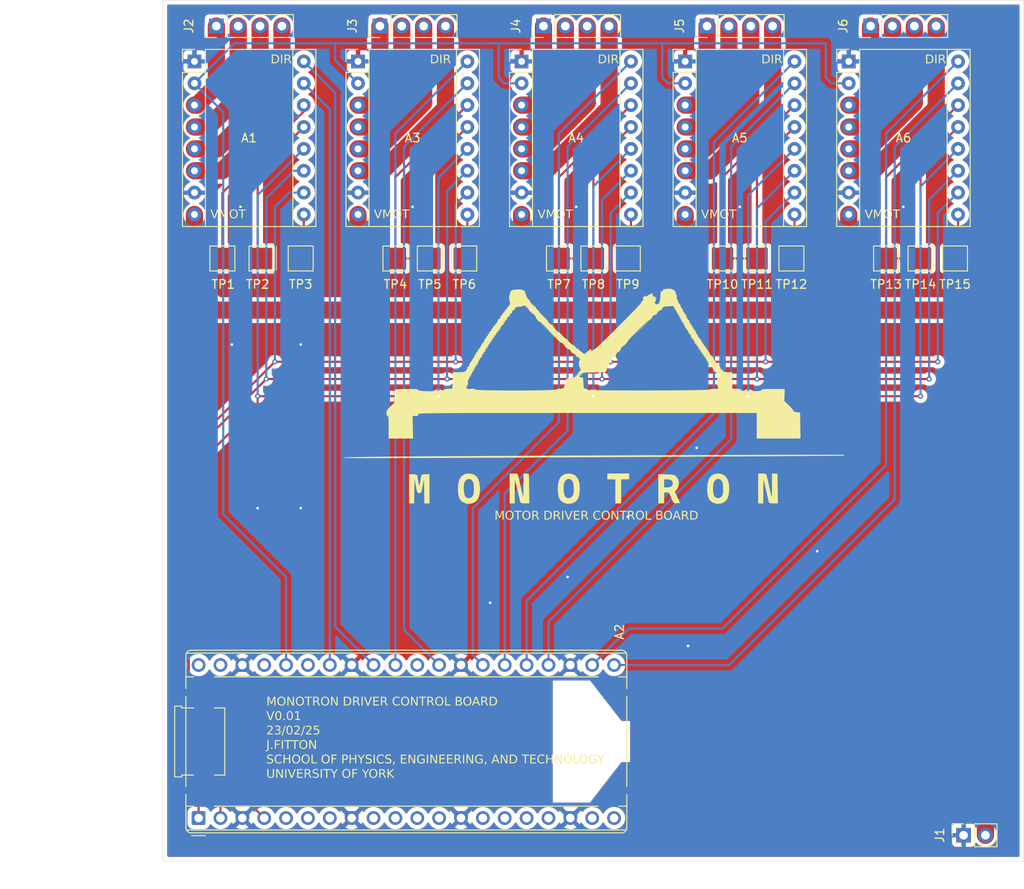
<source format=kicad_pcb>
(kicad_pcb (version 20241229) (generator "pcbnew") (generator_version "9.0")
  (layers (0 "F.Cu" signal) (2 "B.Cu" signal) (13 "F.Paste" user) (15 "B.Paste" user) (5 "F.SilkS" user "F.Silkscreen") (7 "B.SilkS" user "B.Silkscreen") (1 "F.Mask" user) (3 "B.Mask" user) (25 "Edge.Cuts" user))
  (net 0 "")
  (net 1 "GND")
  (net 2 "/RST_M1")
  (net 3 "1B_M1")
  (net 4 "1A_M1")
  (net 5 "MS1")
  (net 6 "2A_M1")
  (net 7 "MS2")
  (net 8 "DIR_M1")
  (net 9 "MS3")
  (net 10 "STP_M1")
  (net 11 "2B_M1")
  (net 12 "+12V")
  (net 13 "/EN_M1")
  (net 14 "+3.3V")
  (net 17 "STP_M4")
  (net 19 "DIR_M2")
  (net 21 "+5V")
  (net 25 "STP_M3")
  (net 26 "DIR_M4")
  (net 28 "STP_M2")
  (net 30 "DIR_M3")
  (net 31 "DIR_M5")
  (net 32 "STP_M5")
  (net 33 "1A_M2")
  (net 34 "2A_M2")
  (net 35 "2B_M2")
  (net 36 "1B_M2")
  (net 37 "/EN_M2")
  (net 38 "/RST_M2")
  (net 39 "2B_M3")
  (net 40 "/RST_M3")
  (net 41 "1B_M3")
  (net 42 "2A_M3")
  (net 43 "1A_M3")
  (net 44 "/EN_M3")
  (net 45 "/RST_M4")
  (net 46 "1A_M4")
  (net 47 "1B_M4")
  (net 48 "/EN_M4")
  (net 49 "2A_M4")
  (net 50 "2B_M4")
  (net 51 "/EN_M5")
  (net 52 "/RST_M5")
  (net 53 "1B_M5")
  (net 54 "1A_M5")
  (net 55 "2A_M5")
  (net 56 "2B_M5")
  (footprint "TestPoint:TestPoint_Pad_2.5x2.5mm" (layer "F.Cu") (at 153 70)
    (property "Reference" "TP12" (at 0 3 0) (layer "F.SilkS"))
    (property "Value" "TestPoint" (hide yes))
    (pad "1" smd rect (at 0 0) (size 2.5 2.5) (layers "F.Cu" "F.Mask") (net 48 "/EN_M4"))
  )
  (footprint "TestPoint:TestPoint_Pad_2.5x2.5mm" (layer "F.Cu") (at 172 70)
    (property "Reference" "TP15" (at 0 3 0) (layer "F.SilkS"))
    (property "Value" "TestPoint" (hide yes))
    (pad "1" smd rect (at 0 0) (size 2.5 2.5) (layers "F.Cu" "F.Mask") (net 51 "/EN_M5"))
  )
  (footprint "Connector_PinHeader_2.54mm:PinHeader_1x04_P2.54mm_Vertical" (layer "F.Cu") (at 86.2 43 90)
    (property "Reference" "J2" (at 0 -3.2 90) (layer "F.SilkS"))
    (property "Value" "Conn_01x04_Pin" (hide yes))
    (pad "1" thru_hole rect (at 0 0 90) (size 1.7 1.7) (drill 1) (layers "*.Cu" "*.Mask") (net 3 "1B_M1"))
    (pad "2" thru_hole oval (at 0 2.54 90) (size 1.7 1.7) (drill 1) (layers "*.Cu" "*.Mask") (net 4 "1A_M1"))
    (pad "3" thru_hole oval (at 0 5.08 90) (size 1.7 1.7) (drill 1) (layers "*.Cu" "*.Mask") (net 6 "2A_M1"))
    (pad "4" thru_hole oval (at 0 7.62 90) (size 1.7 1.7) (drill 1) (layers "*.Cu" "*.Mask") (net 11 "2B_M1"))
  )
  (footprint "LOGO" (layer "F.Cu") (at 130.005662 89.982168)
    (property "Reference" "G***" (hide yes))
    (property "Value" "LOGO" (hide yes))
  )
  (footprint "TestPoint:TestPoint_Pad_2.5x2.5mm" (layer "F.Cu") (at 86.9 70 90)
    (property "Reference" "TP1" (at -3 0.1 180) (layer "F.SilkS"))
    (property "Value" "TestPoint" (hide yes))
    (pad "1" smd rect (at 0 0 90) (size 2.5 2.5) (layers "F.Cu" "F.Mask") (net 2 "/RST_M1"))
  )
  (footprint "TestPoint:TestPoint_Pad_2.5x2.5mm" (layer "F.Cu") (at 145 70)
    (property "Reference" "TP10" (at 0 3 0) (layer "F.SilkS"))
    (property "Value" "TestPoint" (hide yes))
    (pad "1" smd rect (at 0 0) (size 2.5 2.5) (layers "F.Cu" "F.Mask") (net 45 "/RST_M4"))
  )
  (footprint "Connector_PinHeader_2.54mm:PinHeader_1x04_P2.54mm_Vertical" (layer "F.Cu") (at 124.2 43 90)
    (property "Reference" "J4" (at 0 -3.2 90) (layer "F.SilkS"))
    (property "Value" "Conn_01x04_Pin" (hide yes))
    (pad "1" thru_hole rect (at 0 0 90) (size 1.7 1.7) (drill 1) (layers "*.Cu" "*.Mask") (net 41 "1B_M3"))
    (pad "2" thru_hole oval (at 0 2.54 90) (size 1.7 1.7) (drill 1) (layers "*.Cu" "*.Mask") (net 43 "1A_M3"))
    (pad "3" thru_hole oval (at 0 5.08 90) (size 1.7 1.7) (drill 1) (layers "*.Cu" "*.Mask") (net 42 "2A_M3"))
    (pad "4" thru_hole oval (at 0 7.62 90) (size 1.7 1.7) (drill 1) (layers "*.Cu" "*.Mask") (net 39 "2B_M3"))
  )
  (footprint "Connector_PinHeader_2.54mm:PinHeader_1x04_P2.54mm_Vertical" (layer "F.Cu") (at 105.2 43 90)
    (property "Reference" "J3" (at 0 -3.2 90) (layer "F.SilkS"))
    (property "Value" "Conn_01x04_Pin" (hide yes))
    (pad "1" thru_hole rect (at 0 0 90) (size 1.7 1.7) (drill 1) (layers "*.Cu" "*.Mask") (net 36 "1B_M2"))
    (pad "2" thru_hole oval (at 0 2.54 90) (size 1.7 1.7) (drill 1) (layers "*.Cu" "*.Mask") (net 33 "1A_M2"))
    (pad "3" thru_hole oval (at 0 5.08 90) (size 1.7 1.7) (drill 1) (layers "*.Cu" "*.Mask") (net 34 "2A_M2"))
    (pad "4" thru_hole oval (at 0 7.62 90) (size 1.7 1.7) (drill 1) (layers "*.Cu" "*.Mask") (net 35 "2B_M2"))
  )
  (footprint "Module:Pololu_Breakout-16_15.2x20.3mm" (layer "F.Cu") (at 140.66 47.11)
    (property "Reference" "A5" (at 6.34 8.89 0) (layer "F.SilkS"))
    (property "Value" "Pololu_Breakout_A4988" (hide yes))
    (pad "1" thru_hole rect (at 0 0) (size 1.6 1.6) (drill 0.8) (layers "*.Cu" "*.Mask") (net 1 "GND"))
    (pad "2" thru_hole oval (at 0 2.54) (size 1.6 1.6) (drill 0.8) (layers "*.Cu" "*.Mask") (net 14 "+3.3V"))
    (pad "3" thru_hole oval (at 0 5.08) (size 1.6 1.6) (drill 0.8) (layers "*.Cu" "*.Mask") (net 47 "1B_M4"))
    (pad "4" thru_hole oval (at 0 7.62) (size 1.6 1.6) (drill 0.8) (layers "*.Cu" "*.Mask") (net 46 "1A_M4"))
    (pad "5" thru_hole oval (at 0 10.16) (size 1.6 1.6) (drill 0.8) (layers "*.Cu" "*.Mask") (net 49 "2A_M4"))
    (pad "6" thru_hole oval (at 0 12.7) (size 1.6 1.6) (drill 0.8) (layers "*.Cu" "*.Mask") (net 50 "2B_M4"))
    (pad "7" thru_hole oval (at 0 15.24) (size 1.6 1.6) (drill 0.8) (layers "*.Cu" "*.Mask") (net 1 "GND"))
    (pad "8" thru_hole oval (at 0 17.78) (size 1.6 1.6) (drill 0.8) (layers "*.Cu" "*.Mask") (net 12 "+12V"))
    (pad "9" thru_hole oval (at 12.7 17.78) (size 1.6 1.6) (drill 0.8) (layers "*.Cu" "*.Mask") (net 48 "/EN_M4"))
    (pad "10" thru_hole oval (at 12.7 15.24) (size 1.6 1.6) (drill 0.8) (layers "*.Cu" "*.Mask") (net 5 "MS1"))
    (pad "11" thru_hole oval (at 12.7 12.7) (size 1.6 1.6) (drill 0.8) (layers "*.Cu" "*.Mask") (net 7 "MS2"))
    (pad "12" thru_hole oval (at 12.7 10.16) (size 1.6 1.6) (drill 0.8) (layers "*.Cu" "*.Mask") (net 9 "MS3"))
    (pad "13" thru_hole oval (at 12.7 7.62) (size 1.6 1.6) (drill 0.8) (layers "*.Cu" "*.Mask") (net 45 "/RST_M4"))
    (pad "14" thru_hole oval (at 12.7 5.08) (size 1.6 1.6) (drill 0.8) (layers "*.Cu" "*.Mask") (net 45 "/RST_M4"))
    (pad "15" thru_hole oval (at 12.7 2.54) (size 1.6 1.6) (drill 0.8) (layers "*.Cu" "*.Mask") (net 17 "STP_M4"))
    (pad "16" thru_hole oval (at 12.7 0) (size 1.6 1.6) (drill 0.8) (layers "*.Cu" "*.Mask") (net 26 "DIR_M4"))
  )
  (footprint "Connector_PinHeader_2.54mm:PinHeader_1x04_P2.54mm_Vertical" (layer "F.Cu") (at 162.2 43 90)
    (property "Reference" "J6" (at 0 -3.2 90) (layer "F.SilkS"))
    (property "Value" "Conn_01x04_Pin" (hide yes))
    (pad "1" thru_hole rect (at 0 0 90) (size 1.7 1.7) (drill 1) (layers "*.Cu" "*.Mask") (net 53 "1B_M5"))
    (pad "2" thru_hole oval (at 0 2.54 90) (size 1.7 1.7) (drill 1) (layers "*.Cu" "*.Mask") (net 54 "1A_M5"))
    (pad "3" thru_hole oval (at 0 5.08 90) (size 1.7 1.7) (drill 1) (layers "*.Cu" "*.Mask") (net 55 "2A_M5"))
    (pad "4" thru_hole oval (at 0 7.62 90) (size 1.7 1.7) (drill 1) (layers "*.Cu" "*.Mask") (net 56 "2B_M5"))
  )
  (footprint "TestPoint:TestPoint_Pad_2.5x2.5mm" (layer "F.Cu") (at 91.45 70 90)
    (property "Reference" "TP2" (at -3 -0.45 180) (layer "F.SilkS"))
    (property "Value" "TestPoint" (hide yes))
    (pad "1" smd rect (at 0 0 90) (size 2.5 2.5) (layers "F.Cu" "F.Mask") (net 2 "/RST_M1"))
  )
  (footprint "TestPoint:TestPoint_Pad_2.5x2.5mm" (layer "F.Cu") (at 107 70)
    (property "Reference" "TP4" (at 0 3 0) (layer "F.SilkS"))
    (property "Value" "TestPoint" (hide yes))
    (pad "1" smd rect (at 0 0) (size 2.5 2.5) (layers "F.Cu" "F.Mask") (net 38 "/RST_M2"))
  )
  (footprint "Module:Pololu_Breakout-16_15.2x20.3mm" (layer "F.Cu") (at 83.66 47.11)
    (property "Reference" "A1" (at 6.34 8.89 0) (layer "F.SilkS"))
    (property "Value" "Pololu_Breakout_A4988")
    (pad "1" thru_hole rect (at 0 0) (size 1.6 1.6) (drill 0.8) (layers "*.Cu" "*.Mask") (net 1 "GND"))
    (pad "2" thru_hole oval (at 0 2.54) (size 1.6 1.6) (drill 0.8) (layers "*.Cu" "*.Mask") (net 14 "+3.3V"))
    (pad "3" thru_hole oval (at 0 5.08) (size 1.6 1.6) (drill 0.8) (layers "*.Cu" "*.Mask") (net 3 "1B_M1"))
    (pad "4" thru_hole oval (at 0 7.62) (size 1.6 1.6) (drill 0.8) (layers "*.Cu" "*.Mask") (net 4 "1A_M1"))
    (pad "5" thru_hole oval (at 0 10.16) (size 1.6 1.6) (drill 0.8) (layers "*.Cu" "*.Mask") (net 6 "2A_M1"))
    (pad "6" thru_hole oval (at 0 12.7) (size 1.6 1.6) (drill 0.8) (layers "*.Cu" "*.Mask") (net 11 "2B_M1"))
    (pad "7" thru_hole oval (at 0 15.24) (size 1.6 1.6) (drill 0.8) (layers "*.Cu" "*.Mask") (net 1 "GND"))
    (pad "8" thru_hole oval (at 0 17.78) (size 1.6 1.6) (drill 0.8) (layers "*.Cu" "*.Mask") (net 12 "+12V"))
    (pad "9" thru_hole oval (at 12.7 17.78) (size 1.6 1.6) (drill 0.8) (layers "*.Cu" "*.Mask") (net 13 "/EN_M1"))
    (pad "10" thru_hole oval (at 12.7 15.24) (size 1.6 1.6) (drill 0.8) (layers "*.Cu" "*.Mask") (net 5 "MS1"))
    (pad "11" thru_hole oval (at 12.7 12.7) (size 1.6 1.6) (drill 0.8) (layers "*.Cu" "*.Mask") (net 7 "MS2"))
    (pad "12" thru_hole oval (at 12.7 10.16) (size 1.6 1.6) (drill 0.8) (layers "*.Cu" "*.Mask") (net 9 "MS3"))
    (pad "13" thru_hole oval (at 12.7 7.62) (size 1.6 1.6) (drill 0.8) (layers "*.Cu" "*.Mask") (net 2 "/RST_M1"))
    (pad "14" thru_hole oval (at 12.7 5.08) (size 1.6 1.6) (drill 0.8) (layers "*.Cu" "*.Mask") (net 2 "/RST_M1"))
    (pad "15" thru_hole oval (at 12.7 2.54) (size 1.6 1.6) (drill 0.8) (layers "*.Cu" "*.Mask") (net 10 "STP_M1"))
    (pad "16" thru_hole oval (at 12.7 0) (size 1.6 1.6) (drill 0.8) (layers "*.Cu" "*.Mask") (net 8 "DIR_M1"))
  )
  (footprint "TestPoint:TestPoint_Pad_2.5x2.5mm" (layer "F.Cu") (at 115 70)
    (property "Reference" "TP6" (at 0 3 0) (layer "F.SilkS"))
    (property "Value" "TestPoint" (hide yes))
    (pad "1" smd rect (at 0 0) (size 2.5 2.5) (layers "F.Cu" "F.Mask") (net 37 "/EN_M2"))
  )
  (footprint "TestPoint:TestPoint_Pad_2.5x2.5mm" (layer "F.Cu") (at 111 70)
    (property "Reference" "TP5" (at 0 3 0) (layer "F.SilkS"))
    (property "Value" "TestPoint" (hide yes))
    (pad "1" smd rect (at 0 0) (size 2.5 2.5) (layers "F.Cu" "F.Mask") (net 38 "/RST_M2"))
  )
  (footprint "TestPoint:TestPoint_Pad_2.5x2.5mm" (layer "F.Cu") (at 96 70 90)
    (property "Reference" "TP3" (at -3 0 180) (layer "F.SilkS"))
    (property "Value" "TestPoint" (hide yes))
    (pad "1" smd rect (at 0 0 90) (size 2.5 2.5) (layers "F.Cu" "F.Mask") (net 13 "/EN_M1"))
  )
  (footprint "TestPoint:TestPoint_Pad_2.5x2.5mm" (layer "F.Cu") (at 134 70)
    (property "Reference" "TP9" (at 0 3 0) (layer "F.SilkS"))
    (property "Value" "TestPoint" (hide yes))
    (pad "1" smd rect (at 0 0) (size 2.5 2.5) (layers "F.Cu" "F.Mask") (net 44 "/EN_M3"))
  )
  (footprint "TestPoint:TestPoint_Pad_2.5x2.5mm" (layer "F.Cu") (at 130 70)
    (property "Reference" "TP8" (at 0 3 0) (layer "F.SilkS"))
    (property "Value" "TestPoint" (hide yes))
    (pad "1" smd rect (at 0 0) (size 2.5 2.5) (layers "F.Cu" "F.Mask") (net 40 "/RST_M3"))
  )
  (footprint "Module:Pololu_Breakout-16_15.2x20.3mm" (layer "F.Cu") (at 102.66 47.11)
    (property "Reference" "A3" (at 6.34 8.89 0) (layer "F.SilkS"))
    (property "Value" "Pololu_Breakout_A4988" (hide yes))
    (pad "1" thru_hole rect (at 0 0) (size 1.6 1.6) (drill 0.8) (layers "*.Cu" "*.Mask") (net 1 "GND"))
    (pad "2" thru_hole oval (at 0 2.54) (size 1.6 1.6) (drill 0.8) (layers "*.Cu" "*.Mask") (net 14 "+3.3V"))
    (pad "3" thru_hole oval (at 0 5.08) (size 1.6 1.6) (drill 0.8) (layers "*.Cu" "*.Mask") (net 36 "1B_M2"))
    (pad "4" thru_hole oval (at 0 7.62) (size 1.6 1.6) (drill 0.8) (layers "*.Cu" "*.Mask") (net 33 "1A_M2"))
    (pad "5" thru_hole oval (at 0 10.16) (size 1.6 1.6) (drill 0.8) (layers "*.Cu" "*.Mask") (net 34 "2A_M2"))
    (pad "6" thru_hole oval (at 0 12.7) (size 1.6 1.6) (drill 0.8) (layers "*.Cu" "*.Mask") (net 35 "2B_M2"))
    (pad "7" thru_hole oval (at 0 15.24) (size 1.6 1.6) (drill 0.8) (layers "*.Cu" "*.Mask") (net 1 "GND"))
    (pad "8" thru_hole oval (at 0 17.78) (size 1.6 1.6) (drill 0.8) (layers "*.Cu" "*.Mask") (net 12 "+12V"))
    (pad "9" thru_hole oval (at 12.7 17.78) (size 1.6 1.6) (drill 0.8) (layers "*.Cu" "*.Mask") (net 37 "/EN_M2"))
    (pad "10" thru_hole oval (at 12.7 15.24) (size 1.6 1.6) (drill 0.8) (layers "*.Cu" "*.Mask") (net 5 "MS1"))
    (pad "11" thru_hole oval (at 12.7 12.7) (size 1.6 1.6) (drill 0.8) (layers "*.Cu" "*.Mask") (net 7 "MS2"))
    (pad "12" thru_hole oval (at 12.7 10.16) (size 1.6 1.6) (drill 0.8) (layers "*.Cu" "*.Mask") (net 9 "MS3"))
    (pad "13" thru_hole oval (at 12.7 7.62) (size 1.6 1.6) (drill 0.8) (layers "*.Cu" "*.Mask") (net 38 "/RST_M2"))
    (pad "14" thru_hole oval (at 12.7 5.08) (size 1.6 1.6) (drill 0.8) (layers "*.Cu" "*.Mask") (net 38 "/RST_M2"))
    (pad "15" thru_hole oval (at 12.7 2.54) (size 1.6 1.6) (drill 0.8) (layers "*.Cu" "*.Mask") (net 28 "STP_M2"))
    (pad "16" thru_hole oval (at 12.7 0) (size 1.6 1.6) (drill 0.8) (layers "*.Cu" "*.Mask") (net 19 "DIR_M2"))
  )
  (footprint "Module:Pololu_Breakout-16_15.2x20.3mm" (layer "F.Cu") (at 121.66 47.11)
    (property "Reference" "A4" (at 6.34 8.89 0) (layer "F.SilkS"))
    (property "Value" "Pololu_Breakout_A4988" (hide yes))
    (pad "1" thru_hole rect (at 0 0) (size 1.6 1.6) (drill 0.8) (layers "*.Cu" "*.Mask") (net 1 "GND"))
    (pad "2" thru_hole oval (at 0 2.54) (size 1.6 1.6) (drill 0.8) (layers "*.Cu" "*.Mask") (net 14 "+3.3V"))
    (pad "3" thru_hole oval (at 0 5.08) (size 1.6 1.6) (drill 0.8) (layers "*.Cu" "*.Mask") (net 41 "1B_M3"))
    (pad "4" thru_hole oval (at 0 7.62) (size 1.6 1.6) (drill 0.8) (layers "*.Cu" "*.Mask") (net 43 "1A_M3"))
    (pad "5" thru_hole oval (at 0 10.16) (size 1.6 1.6) (drill 0.8) (layers "*.Cu" "*.Mask") (net 42 "2A_M3"))
    (pad "6" thru_hole oval (at 0 12.7) (size 1.6 1.6) (drill 0.8) (layers "*.Cu" "*.Mask") (net 39 "2B_M3"))
    (pad "7" thru_hole oval (at 0 15.24) (size 1.6 1.6) (drill 0.8) (layers "*.Cu" "*.Mask") (net 1 "GND"))
    (pad "8" thru_hole oval (at 0 17.78) (size 1.6 1.6) (drill 0.8) (layers "*.Cu" "*.Mask") (net 12 "+12V"))
    (pad "9" thru_hole oval (at 12.7 17.78) (size 1.6 1.6) (drill 0.8) (layers "*.Cu" "*.Mask") (net 44 "/EN_M3"))
    (pad "10" thru_hole oval (at 12.7 15.24) (size 1.6 1.6) (drill 0.8) (layers "*.Cu" "*.Mask") (net 5 "MS1"))
    (pad "11" thru_hole oval (at 12.7 12.7) (size 1.6 1.6) (drill 0.8) (layers "*.Cu" "*.Mask") (net 7 "MS2"))
    (pad "12" thru_hole oval (at 12.7 10.16) (size 1.6 1.6) (drill 0.8) (layers "*.Cu" "*.Mask") (net 9 "MS3"))
    (pad "13" thru_hole oval (at 12.7 7.62) (size 1.6 1.6) (drill 0.8) (layers "*.Cu" "*.Mask") (net 40 "/RST_M3"))
    (pad "14" thru_hole oval (at 12.7 5.08) (size 1.6 1.6) (drill 0.8) (layers "*.Cu" "*.Mask") (net 40 "/RST_M3"))
    (pad "15" thru_hole oval (at 12.7 2.54) (size 1.6 1.6) (drill 0.8) (layers "*.Cu" "*.Mask") (net 25 "STP_M3"))
    (pad "16" thru_hole oval (at 12.7 0) (size 1.6 1.6) (drill 0.8) (layers "*.Cu" "*.Mask") (net 30 "DIR_M3"))
  )
  (footprint "Connector_PinHeader_2.54mm:PinHeader_1x04_P2.54mm_Vertical" (layer "F.Cu") (at 143.2 43 90)
    (property "Reference" "J5" (at 0 -3.2 90) (layer "F.SilkS"))
    (property "Value" "Conn_01x04_Pin" (hide yes))
    (pad "1" thru_hole rect (at 0 0 90) (size 1.7 1.7) (drill 1) (layers "*.Cu" "*.Mask") (net 47 "1B_M4"))
    (pad "2" thru_hole oval (at 0 2.54 90) (size 1.7 1.7) (drill 1) (layers "*.Cu" "*.Mask") (net 46 "1A_M4"))
    (pad "3" thru_hole oval (at 0 5.08 90) (size 1.7 1.7) (drill 1) (layers "*.Cu" "*.Mask") (net 49 "2A_M4"))
    (pad "4" thru_hole oval (at 0 7.62 90) (size 1.7 1.7) (drill 1) (layers "*.Cu" "*.Mask") (net 50 "2B_M4"))
  )
  (footprint "Connector_PinSocket_2.54mm:PinSocket_1x02_P2.54mm_Vertical" (layer "F.Cu") (at 173 137 90)
    (property "Reference" "J1" (at 0 -2.77 90) (layer "F.SilkS"))
    (property "Value" "Conn_01x02_Pin")
    (pad "1" thru_hole rect (at 0 0 90) (size 1.7 1.7) (drill 1) (layers "*.Cu" "*.Mask") (net 1 "GND"))
    (pad "2" thru_hole oval (at 0 2.54 90) (size 1.7 1.7) (drill 1) (layers "*.Cu" "*.Mask") (net 12 "+12V"))
  )
  (footprint "TestPoint:TestPoint_Pad_2.5x2.5mm" (layer "F.Cu") (at 126 70)
    (property "Reference" "TP7" (at 0 3 0) (layer "F.SilkS"))
    (property "Value" "TestPoint" (hide yes))
    (pad "1" smd rect (at 0 0) (size 2.5 2.5) (layers "F.Cu" "F.Mask") (net 40 "/RST_M3"))
  )
  (footprint "TestPoint:TestPoint_Pad_2.5x2.5mm" (layer "F.Cu") (at 168 70)
    (property "Reference" "TP14" (at 0 3 0) (layer "F.SilkS"))
    (property "Value" "TestPoint" (hide yes))
    (pad "1" smd rect (at 0 0) (size 2.5 2.5) (layers "F.Cu" "F.Mask") (net 52 "/RST_M5"))
  )
  (footprint "Module:RaspberryPi_Pico_Common_THT" (layer "F.Cu") (at 84.14 135 90)
    (property "Reference" "A2" (at 20.6375 48.895 90) (layer "F.SilkS") (effects (justify left)))
    (property "Value" "RaspberryPi_Pico")
    (pad "1" thru_hole roundrect (at 0 0 90) (size 1.6 1.6) (drill 1) (layers "*.Cu" "*.Mask") (roundrect_rratio 0.125) (net 5 "MS1"))
    (pad "2" thru_hole circle (at 0 2.54 90) (size 1.6 1.6) (drill 1) (layers "*.Cu" "*.Mask") (net 7 "MS2"))
    (pad "3" thru_hole custom (at 0 5.08 90) (size 1.6 1.6) (drill 1) (layers "*.Cu" "*.Mask") (net 1 "GND") (options (clearance outline) (anchor circle)) (primitives (gr_poly (pts (xy 0.8 0.6) (xy 0.8 -0.6) (xy 0.6 -0.8) (xy 0 -0.8) (xy 0 0.8) (xy 0.6 0.8)) (width 0) (fill yes)) (gr_circle (center 0.6 0.6) (end 0.8 0.6) (width 0) (fill yes)) (gr_circle (center 0.6 -0.6) (end 0.8 -0.6) (width 0) (fill yes))))
    (pad "4" thru_hole circle (at 0 7.62 90) (size 1.6 1.6) (drill 1) (layers "*.Cu" "*.Mask") (net 9 "MS3"))
    (pad "5" thru_hole circle (at 0 10.16 90) (size 1.6 1.6) (drill 1) (layers "*.Cu" "*.Mask"))
    (pad "6" thru_hole circle (at 0 12.7 90) (size 1.6 1.6) (drill 1) (layers "*.Cu" "*.Mask"))
    (pad "7" thru_hole circle (at 0 15.24 90) (size 1.6 1.6) (drill 1) (layers "*.Cu" "*.Mask"))
    (pad "8" thru_hole custom (at 0 17.78 90) (size 1.6 1.6) (drill 1) (layers "*.Cu" "*.Mask") (net 1 "GND") (options (clearance outline) (anchor circle)) (primitives (gr_poly (pts (xy 0.8 0.6) (xy 0.8 -0.6) (xy 0.6 -0.8) (xy 0 -0.8) (xy 0 0.8) (xy 0.6 0.8)) (width 0) (fill yes)) (gr_circle (center 0.6 0.6) (end 0.8 0.6) (width 0) (fill yes)) (gr_circle (center 0.6 -0.6) (end 0.8 -0.6) (width 0) (fill yes))))
    (pad "9" thru_hole circle (at 0 20.32 90) (size 1.6 1.6) (drill 1) (layers "*.Cu" "*.Mask"))
    (pad "10" thru_hole circle (at 0 22.86 90) (size 1.6 1.6) (drill 1) (layers "*.Cu" "*.Mask"))
    (pad "11" thru_hole circle (at 0 25.4 90) (size 1.6 1.6) (drill 1) (layers "*.Cu" "*.Mask"))
    (pad "12" thru_hole circle (at 0 27.94 90) (size 1.6 1.6) (drill 1) (layers "*.Cu" "*.Mask"))
    (pad "13" thru_hole custom (at 0 30.48 90) (size 1.6 1.6) (drill 1) (layers "*.Cu" "*.Mask") (net 1 "GND") (options (clearance outline) (anchor circle)) (primitives (gr_poly (pts (xy 0.8 0.6) (xy 0.8 -0.6) (xy 0.6 -0.8) (xy 0 -0.8) (xy 0 0.8) (xy 0.6 0.8)) (width 0) (fill yes)) (gr_circle (center 0.6 0.6) (end 0.8 0.6) (width 0) (fill yes)) (gr_circle (center 0.6 -0.6) (end 0.8 -0.6) (width 0) (fill yes))))
    (pad "14" thru_hole circle (at 0 33.02 90) (size 1.6 1.6) (drill 1) (layers "*.Cu" "*.Mask"))
    (pad "15" thru_hole circle (at 0 35.56 90) (size 1.6 1.6) (drill 1) (layers "*.Cu" "*.Mask"))
    (pad "16" thru_hole circle (at 0 38.1 90) (size 1.6 1.6) (drill 1) (layers "*.Cu" "*.Mask"))
    (pad "17" thru_hole circle (at 0 40.64 90) (size 1.6 1.6) (drill 1) (layers "*.Cu" "*.Mask"))
    (pad "18" thru_hole custom (at 0 43.18 90) (size 1.6 1.6) (drill 1) (layers "*.Cu" "*.Mask") (net 1 "GND") (options (clearance outline) (anchor circle)) (primitives (gr_poly (pts (xy 0.8 0.6) (xy 0.8 -0.6) (xy 0.6 -0.8) (xy 0 -0.8) (xy 0 0.8) (xy 0.6 0.8)) (width 0) (fill yes)) (gr_circle (center 0.6 0.6) (end 0.8 0.6) (width 0) (fill yes)) (gr_circle (center 0.6 -0.6) (end 0.8 -0.6) (width 0) (fill yes))))
    (pad "19" thru_hole circle (at 0 45.72 90) (size 1.6 1.6) (drill 1) (layers "*.Cu" "*.Mask"))
    (pad "20" thru_hole circle (at 0 48.26 90) (size 1.6 1.6) (drill 1) (layers "*.Cu" "*.Mask"))
    (pad "21" thru_hole circle (at 17.78 48.26 90) (size 1.6 1.6) (drill 1) (layers "*.Cu" "*.Mask") (net 32 "STP_M5"))
    (pad "22" thru_hole circle (at 17.78 45.72 90) (size 1.6 1.6) (drill 1) (layers "*.Cu" "*.Mask") (net 31 "DIR_M5"))
    (pad "23" thru_hole custom (at 17.78 43.18 90) (size 1.6 1.6) (drill 1) (layers "*.Cu" "*.Mask") (net 1 "GND") (options (clearance outline) (anchor circle)) (primitives (gr_poly (pts (xy -0.8 0.6) (xy -0.8 -0.6) (xy -0.6 -0.8) (xy 0 -0.8) (xy 0 0.8) (xy -0.6 0.8)) (width 0) (fill yes)) (gr_circle (center -0.6 0.6) (end -0.4 0.6) (width 0) (fill yes)) (gr_circle (center -0.6 -0.6) (end -0.4 -0.6) (width 0) (fill yes))))
    (pad "24" thru_hole circle (at 17.78 40.64 90) (size 1.6 1.6) (drill 1) (layers "*.Cu" "*.Mask") (net 17 "STP_M4"))
    (pad "25" thru_hole circle (at 17.78 38.1 90) (size 1.6 1.6) (drill 1) (layers "*.Cu" "*.Mask") (net 26 "DIR_M4"))
    (pad "26" thru_hole circle (at 17.78 35.56 90) (size 1.6 1.6) (drill 1) (layers "*.Cu" "*.Mask") (net 25 "STP_M3"))
    (pad "27" thru_hole circle (at 17.78 33.02 90) (size 1.6 1.6) (drill 1) (layers "*.Cu" "*.Mask") (net 30 "DIR_M3"))
    (pad "28" thru_hole custom (at 17.78 30.48 90) (size 1.6 1.6) (drill 1) (layers "*.Cu" "*.Mask") (net 1 "GND") (options (clearance outline) (anchor circle)) (primitives (gr_poly (pts (xy -0.8 0.6) (xy -0.8 -0.6) (xy -0.6 -0.8) (xy 0 -0.8) (xy 0 0.8) (xy -0.6 0.8)) (width 0) (fill yes)) (gr_circle (center -0.6 0.6) (end -0.4 0.6) (width 0) (fill yes)) (gr_circle (center -0.6 -0.6) (end -0.4 -0.6) (width 0) (fill yes))))
    (pad "29" thru_hole circle (at 17.78 27.94 90) (size 1.6 1.6) (drill 1) (layers "*.Cu" "*.Mask") (net 28 "STP_M2"))
    (pad "30" thru_hole circle (at 17.78 25.4 90) (size 1.6 1.6) (drill 1) (layers "*.Cu" "*.Mask"))
    (pad "31" thru_hole circle (at 17.78 22.86 90) (size 1.6 1.6) (drill 1) (layers "*.Cu" "*.Mask") (net 19 "DIR_M2"))
    (pad "32" thru_hole circle (at 17.78 20.32 90) (size 1.6 1.6) (drill 1) (layers "*.Cu" "*.Mask") (net 8 "DIR_M1"))
    (pad "33" thru_hole custom (at 17.78 17.78 90) (size 1.6 1.6) (drill 1) (layers "*.Cu" "*.Mask") (net 1 "GND") (options (clearance outline) (anchor circle)) (primitives (gr_poly (pts (xy -0.8 0.6) (xy -0.8 -0.6) (xy -0.6 -0.8) (xy 0 -0.8) (xy 0 0.8) (xy -0.6 0.8)) (width 0) (fill yes)) (gr_circle (center -0.6 0.6) (end -0.4 0.6) (width 0) (fill yes)) (gr_circle (center -0.6 -0.6) (end -0.4 -0.6) (width 0) (fill yes))))
    (pad "34" thru_hole circle (at 17.78 15.24 90) (size 1.6 1.6) (drill 1) (layers "*.Cu" "*.Mask") (net 10 "STP_M1"))
    (pad "35" thru_hole circle (at 17.78 12.7 90) (size 1.6 1.6) (drill 1) (layers "*.Cu" "*.Mask"))
    (pad "36" thru_hole circle (at 17.78 10.16 90) (size 1.6 1.6) (drill 1) (layers "*.Cu" "*.Mask") (net 14 "+3.3V"))
    (pad "37" thru_hole circle (at 17.78 7.62 90) (size 1.6 1.6) (drill 1) (layers "*.Cu" "*.Mask"))
    (pad "38" thru_hole custom (at 17.78 5.08 90) (size 1.6 1.6) (drill 1) (layers "*.Cu" "*.Mask") (net 1 "GND") (options (clearance outline) (anchor circle)) (primitives (gr_poly (pts (xy -0.8 0.6) (xy -0.8 -0.6) (xy -0.6 -0.8) (xy 0 -0.8) (xy 0 0.8) (xy -0.6 0.8)) (width 0) (fill yes)) (gr_circle (center -0.6 0.6) (end -0.4 0.6) (width 0) (fill yes)) (gr_circle (center -0.6 -0.6) (end -0.4 -0.6) (width 0) (fill yes))))
    (pad "39" thru_hole circle (at 17.78 2.54 90) (size 1.6 1.6) (drill 1) (layers "*.Cu" "*.Mask") (net 21 "+5V"))
    (pad "40" thru_hole circle (at 17.78 0 90) (size 1.6 1.6) (drill 1) (layers "*.Cu" "*.Mask"))
    (zone (net 0) (net_name "") (layers "F.Cu" "B.Cu" "F.Paste" "B.Paste") (name "Antenna Copper Keep Out") (connect_pads (clearance 0)) (min_thickness 0.254)
      (keepout (tracks not_allowed) (vias not_allowed) (pads not_allowed) (copperpour not_allowed) (footprints allowed))
      (fill (thermal_gap 0.508) (thermal_bridge_width 0.508))
      (polygon (pts (xy 133.259895 128.51) (xy 129.609895 133.21) (xy 125.27 133.21) (xy 125.27 119.01) (xy 129.609895 119.01) (xy 133.259895 123.71) (xy 134.27 123.71) (xy 134.27 128.51)))
    )
  )
  (footprint "Module:Pololu_Breakout-16_15.2x20.3mm" (layer "F.Cu") (at 159.66 47.11)
    (property "Reference" "A6" (at 6.35 8.89 0) (layer "F.SilkS"))
    (property "Value" "Pololu_Breakout_A4988" (hide yes))
    (pad "1" thru_hole rect (at 0 0) (size 1.6 1.6) (drill 0.8) (layers "*.Cu" "*.Mask") (net 1 "GND"))
    (pad "2" thru_hole oval (at 0 2.54) (size 1.6 1.6) (drill 0.8) (layers "*.Cu" "*.Mask") (net 14 "+3.3V"))
    (pad "3" thru_hole oval (at 0 5.08) (size 1.6 1.6) (drill 0.8) (layers "*.Cu" "*.Mask") (net 53 "1B_M5"))
    (pad "4" thru_hole oval (at 0 7.62) (size 1.6 1.6) (drill 0.8) (layers "*.Cu" "*.Mask") (net 54 "1A_M5"))
    (pad "5" thru_hole oval (at 0 10.16) (size 1.6 1.6) (drill 0.8) (layers "*.Cu" "*.Mask") (net 55 "2A_M5"))
    (pad "6" thru_hole oval (at 0 12.7) (size 1.6 1.6) (drill 0.8) (layers "*.Cu" "*.Mask") (net 56 "2B_M5"))
    (pad "7" thru_hole oval (at 0 15.24) (size 1.6 1.6) (drill 0.8) (layers "*.Cu" "*.Mask") (net 1 "GND"))
    (pad "8" thru_hole oval (at 0 17.78) (size 1.6 1.6) (drill 0.8) (layers "*.Cu" "*.Mask") (net 12 "+12V"))
    (pad "9" thru_hole oval (at 12.7 17.78) (size 1.6 1.6) (drill 0.8) (layers "*.Cu" "*.Mask") (net 51 "/EN_M5"))
    (pad "10" thru_hole oval (at 12.7 15.24) (size 1.6 1.6) (drill 0.8) (layers "*.Cu" "*.Mask") (net 5 "MS1"))
    (pad "11" thru_hole oval (at 12.7 12.7) (size 1.6 1.6) (drill 0.8) (layers "*.Cu" "*.Mask") (net 7 "MS2"))
    (pad "12" thru_hole oval (at 12.7 10.16) (size 1.6 1.6) (drill 0.8) (layers "*.Cu" "*.Mask") (net 9 "MS3"))
    (pad "13" thru_hole oval (at 12.7 7.62) (size 1.6 1.6) (drill 0.8) (layers "*.Cu" "*.Mask") (net 52 "/RST_M5"))
    (pad "14" thru_hole oval (at 12.7 5.08) (size 1.6 1.6) (drill 0.8) (layers "*.Cu" "*.Mask") (net 52 "/RST_M5"))
    (pad "15" thru_hole oval (at 12.7 2.54) (size 1.6 1.6) (drill 0.8) (layers "*.Cu" "*.Mask") (net 32 "STP_M5"))
    (pad "16" thru_hole oval (at 12.7 0) (size 1.6 1.6) (drill 0.8) (layers "*.Cu" "*.Mask") (net 31 "DIR_M5"))
  )
  (footprint "TestPoint:TestPoint_Pad_2.5x2.5mm" (layer "F.Cu") (at 149 70)
    (property "Reference" "TP11" (at 0 3 0) (layer "F.SilkS"))
    (property "Value" "TestPoint" (hide yes))
    (pad "1" smd rect (at 0 0) (size 2.5 2.5) (layers "F.Cu" "F.Mask") (net 45 "/RST_M4"))
  )
  (footprint "TestPoint:TestPoint_Pad_2.5x2.5mm" (layer "F.Cu") (at 164 70)
    (property "Reference" "TP13" (at 0 3 0) (layer "F.SilkS"))
    (property "Value" "TestPoint" (hide yes))
    (pad "1" smd rect (at 0 0) (size 2.5 2.5) (layers "F.Cu" "F.Mask") (net 52 "/RST_M5"))
  )
  (gr_rect (start 80 40) (end 180 140) (stroke (width 0.05)) (fill no) (layer "Edge.Cuts"))
  (gr_text "VMOT" (at 161.5 65.5 0) (layer "F.SilkS") (effects (font (size 1 1)) (justify left bottom)))
  (gr_text "VMOT" (at 85.5 65.5 0) (layer "F.SilkS") (effects (font (size 1 1)) (justify left bottom)))
  (gr_text "DIR" (at 92.5 47.5 0) (layer "F.SilkS") (effects (font (size 1 1)) (justify left bottom)))
  (gr_text "VMOT" (at 123.5 65.5 0) (layer "F.SilkS") (effects (font (size 1 1)) (justify left bottom)))
  (gr_text "VMOT" (at 142.5 65.5 0) (layer "F.SilkS") (effects (font (size 1 1)) (justify left bottom)))
  (gr_text "DIR" (at 130.5 47.5 0) (layer "F.SilkS") (effects (font (size 1 1)) (justify left bottom)))
  (gr_text "MOTOR DRIVER CONTROL BOARD" (at 118.5 100.5 0) (layer "F.SilkS") (effects (font (size 1 1)) (justify left bottom)))
  (gr_text "DIR" (at 149.5 47.5 0) (layer "F.SilkS") (effects (font (size 1 1)) (justify left bottom)))
  (gr_text "VMOT" (at 104.5 65.5 0) (layer "F.SilkS") (effects (font (size 1 1)) (justify left bottom)))
  (gr_text "MONOTRON DRIVER CONTROL BOARD\nV0.01\n23/02/25\nJ.FITTON\nSCHOOL OF PHYSICS, ENGINEERING, AND TECHNOLOGY\nUNIVERSITY OF YORK" (at 92 130.5 0) (layer "F.SilkS") (effects (font (size 1 1)) (justify left bottom)))
  (gr_text "DIR" (at 168.5 47.5 0) (layer "F.SilkS") (effects (font (size 1 1)) (justify left bottom)))
  (gr_text "DIR" (at 111 47.5 0) (layer "F.SilkS") (effects (font (size 1 1)) (justify left bottom)))
  (via (at 134 100) (size 0.6) (drill 0.3) (layers "F.Cu" "B.Cu") (net 1))
  (via (at 166 64) (size 0.6) (drill 0.3) (layers "F.Cu" "B.Cu") (net 1))
  (via (at 128 64) (size 0.6) (drill 0.3) (layers "F.Cu" "B.Cu") (net 1))
  (via (at 96 80) (size 0.6) (drill 0.3) (layers "F.Cu" "B.Cu") (net 1))
  (via (at 141 115) (size 0.6) (drill 0.3) (layers "F.Cu" "B.Cu") (net 1))
  (via (at 156 104) (size 0.6) (drill 0.3) (layers "F.Cu" "B.Cu") (net 1))
  (via (at 127 107) (size 0.6) (drill 0.3) (layers "F.Cu" "B.Cu") (net 1))
  (via (at 88 80) (size 0.6) (drill 0.3) (layers "F.Cu" "B.Cu") (net 1))
  (via (at 91 99) (size 0.6) (drill 0.3) (layers "F.Cu" "B.Cu") (net 1))
  (via (at 96 99) (size 0.6) (drill 0.3) (layers "F.Cu" "B.Cu") (net 1))
  (via (at 142 92) (size 0.6) (drill 0.3) (layers "F.Cu" "B.Cu") (net 1))
  (via (at 89 64) (size 0.6) (drill 0.3) (layers "F.Cu" "B.Cu") (net 1))
  (via (at 109 64) (size 0.6) (drill 0.3) (layers "F.Cu" "B.Cu") (net 1))
  (via (at 118 110) (size 0.6) (drill 0.3) (layers "F.Cu" "B.Cu") (net 1))
  (via (at 147 64) (size 0.6) (drill 0.3) (layers "F.Cu" "B.Cu") (net 1))
  (segment (start 96.36 52.19) (end 96.36 52.915) (width 0.25) (layer "F.Cu") (net 2))
  (segment (start 91.45 70) (end 86.9 70) (width 0.25) (layer "F.Cu") (net 2))
  (segment (start 91.45 70) (end 91 69.55) (width 0.25) (layer "F.Cu") (net 2))
  (segment (start 91 60.09) (end 96.36 54.73) (width 0.25) (layer "F.Cu") (net 2))
  (segment (start 86.9 62.375) (end 86.9 70) (width 0.25) (layer "F.Cu") (net 2))
  (segment (start 96.36 52.915) (end 86.9 62.375) (width 0.25) (layer "F.Cu") (net 2))
  (segment (start 91 69.55) (end 91 60.09) (width 0.25) (layer "F.Cu") (net 2))
  (segment (start 83.949842 52.19) (end 86.2 49.939842) (width 2) (layer "F.Cu") (net 3))
  (segment (start 83.66 52.19) (end 83.949842 52.19) (width 2) (layer "F.Cu") (net 3))
  (segment (start 86.2 49.939842) (end 86.2 43) (width 2) (layer "F.Cu") (net 3))
  (segment (start 83.66 54.73) (end 85.27 54.73) (width 2) (layer "F.Cu") (net 4))
  (segment (start 88.74 51.26) (end 88.74 43) (width 2) (layer "F.Cu") (net 4))
  (segment (start 85.27 54.73) (end 88.74 51.26) (width 2) (layer "F.Cu") (net 4))
  (segment (start 114 82) (end 93 82) (width 0.25) (layer "F.Cu") (net 5))
  (segment (start 84.14 133.14) (end 84.14 135) (width 0.25) (layer "F.Cu") (net 5))
  (segment (start 82 131) (end 84.14 133.14) (width 0.25) (layer "F.Cu") (net 5))
  (segment (start 170 82) (end 150 82) (width 0.25) (layer "F.Cu") (net 5))
  (segment (start 93 82) (end 82 93) (width 0.25) (layer "F.Cu") (net 5))
  (segment (start 82 93) (end 82 131) (width 0.25) (layer "F.Cu") (net 5))
  (segment (start 132 82) (end 114 82) (width 0.25) (layer "F.Cu") (net 5))
  (segment (start 150 82) (end 132 82) (width 0.25) (layer "F.Cu") (net 5))
  (via (at 132 82) (size 0.6) (drill 0.3) (layers "F.Cu" "B.Cu") (net 5))
  (via (at 150 82) (size 0.6) (drill 0.3) (layers "F.Cu" "B.Cu") (net 5))
  (via (at 93 82) (size 0.6) (drill 0.3) (layers "F.Cu" "B.Cu") (net 5))
  (via (at 170 82) (size 0.6) (drill 0.3) (layers "F.Cu" "B.Cu") (net 5))
  (via (at 114 82) (size 0.6) (drill 0.3) (layers "F.Cu" "B.Cu") (net 5))
  (segment (start 132 82) (end 132 64.71) (width 0.25) (layer "B.Cu") (net 5))
  (segment (start 132 64.71) (end 134.36 62.35) (width 0.25) (layer "B.Cu") (net 5))
  (segment (start 150 82) (end 150 65.71) (width 0.25) (layer "B.Cu") (net 5))
  (segment (start 94 63) (end 93 64) (width 0.25) (layer "B.Cu") (net 5))
  (segment (start 93 64) (end 93 82) (width 0.25) (layer "B.Cu") (net 5))
  (segment (start 94.65 62.35) (end 94 63) (width 0.25) (layer "B.Cu") (net 5))
  (segment (start 115.36 62.35) (end 114 63.71) (width 0.25) (layer "B.Cu") (net 5))
  (segment (start 150 65.71) (end 153.36 62.35) (width 0.25) (layer "B.Cu") (net 5))
  (segment (start 96.36 62.35) (end 94.65 62.35) (width 0.25) (layer "B.Cu") (net 5))
  (segment (start 170 82) (end 170 64.71) (width 0.25) (layer "B.Cu") (net 5))
  (segment (start 170 64.71) (end 172.36 62.35) (width 0.25) (layer "B.Cu") (net 5))
  (segment (start 114 63.71) (end 114 82) (width 0.25) (layer "B.Cu") (net 5))
  (segment (start 86.292068 57.27) (end 91.28 52.282068) (width 2) (layer "F.Cu") (net 6))
  (segment (start 83.66 57.27) (end 86.292068 57.27) (width 2) (layer "F.Cu") (net 6))
  (segment (start 91.28 52.282068) (end 91.28 43) (width 2) (layer "F.Cu") (net 6))
  (segment (start 131 84) (end 149 84) (width 0.25) (layer "F.Cu") (net 7))
  (segment (start 131 84) (end 113 84) (width 0.25) (layer "F.Cu") (net 7))
  (segment (start 82.451 93.549) (end 82.451 128.451) (width 0.25) (layer "F.Cu") (net 7))
  (segment (start 82.451 128.451) (end 86.68 132.68) (width 0.25) (layer "F.Cu") (net 7))
  (segment (start 92 84) (end 82.451 93.549) (width 0.25) (layer "F.Cu") (net 7))
  (segment (start 86.68 132.68) (end 86.68 135) (width 0.25) (layer "F.Cu") (net 7))
  (segment (start 149 84) (end 169 84) (width 0.25) (layer "F.Cu") (net 7))
  (segment (start 113 84) (end 92 84) (width 0.25) (layer "F.Cu") (net 7))
  (via (at 169 84) (size 0.6) (drill 0.3) (layers "F.Cu" "B.Cu") (net 7))
  (via (at 92 84) (size 0.6) (drill 0.3) (layers "F.Cu" "B.Cu") (net 7))
  (via (at 149 84) (size 0.6) (drill 0.3) (layers "F.Cu" "B.Cu") (net 7))
  (via (at 113 84) (size 0.6) (drill 0.3) (layers "F.Cu" "B.Cu") (net 7))
  (via (at 131 84) (size 0.6) (drill 0.3) (layers "F.Cu" "B.Cu") (net 7))
  (segment (start 153.36 59.81) (end 149 64.17) (width 0.25) (layer "B.Cu") (net 7))
  (segment (start 115.36 59.81) (end 113 62.17) (width 0.25) (layer "B.Cu") (net 7))
  (segment (start 96.36 59.81) (end 95.19 59.81) (width 0.25) (layer "B.Cu") (net 7))
  (segment (start 134.36 59.81) (end 131 63.17) (width 0.25) (layer "B.Cu") (net 7))
  (segment (start 131 63.17) (end 131 84) (width 0.25) (layer "B.Cu") (net 7))
  (segment (start 113 62.17) (end 113 84) (width 0.25) (layer "B.Cu") (net 7))
  (segment (start 172.36 59.81) (end 169 63.17) (width 0.25) (layer "B.Cu") (net 7))
  (segment (start 92 63) (end 92 84) (width 0.25) (layer "B.Cu") (net 7))
  (segment (start 169 63.17) (end 169 84) (width 0.25) (layer "B.Cu") (net 7))
  (segment (start 149 64.17) (end 149 84) (width 0.25) (layer "B.Cu") (net 7))
  (segment (start 95.19 59.81) (end 92 63) (width 0.25) (layer "B.Cu") (net 7))
  (segment (start 100 50.75) (end 100 112.76) (width 0.25) (layer "B.Cu") (net 8))
  (segment (start 100 112.76) (end 104.46 117.22) (width 0.25) (layer "B.Cu") (net 8))
  (segment (start 96.36 47.11) (end 100 50.75) (width 0.25) (layer "B.Cu") (net 8))
  (segment (start 91.76 135) (end 83 126.24) (width 0.25) (layer "F.Cu") (net 9))
  (segment (start 83 95) (end 91 87) (width 0.25) (layer "F.Cu") (net 9))
  (segment (start 130 86) (end 112 86) (width 0.25) (layer "F.Cu") (net 9))
  (segment (start 168 86) (end 148 86) (width 0.25) (layer "F.Cu") (net 9))
  (segment (start 91 87) (end 91 86) (width 0.25) (layer "F.Cu") (net 9))
  (segment (start 83 126.24) (end 83 95) (width 0.25) (layer "F.Cu") (net 9))
  (segment (start 148 86) (end 130 86) (width 0.25) (layer "F.Cu") (net 9))
  (segment (start 112 86) (end 91 86) (width 0.25) (layer "F.Cu") (net 9))
  (via (at 91 86) (size 0.6) (drill 0.3) (layers "F.Cu" "B.Cu") (net 9))
  (via (at 130 86) (size 0.6) (drill 0.3) (layers "F.Cu" "B.Cu") (net 9))
  (via (at 112 86) (size 0.6) (drill 0.3) (layers "F.Cu" "B.Cu") (net 9))
  (via (at 148 86) (size 0.6) (drill 0.3) (layers "F.Cu" "B.Cu") (net 9))
  (via (at 168 86) (size 0.6) (drill 0.3) (layers "F.Cu" "B.Cu") (net 9))
  (segment (start 168 61.63) (end 168 86) (width 0.25) (layer "B.Cu") (net 9))
  (segment (start 153.36 57.27) (end 148 62.63) (width 0.25) (layer "B.Cu") (net 9))
  (segment (start 148 62.63) (end 148 86) (width 0.25) (layer "B.Cu") (net 9))
  (segment (start 112 60.63) (end 112 86) (width 0.25) (layer "B.Cu") (net 9))
  (segment (start 172.36 57.27) (end 168 61.63) (width 0.25) (layer "B.Cu") (net 9))
  (segment (start 115.36 57.27) (end 112 60.63) (width 0.25) (layer "B.Cu") (net 9))
  (segment (start 91 62.63) (end 91 86) (width 0.25) (layer "B.Cu") (net 9))
  (segment (start 96.36 57.27) (end 91 62.63) (width 0.25) (layer "B.Cu") (net 9))
  (segment (start 134.36 57.27) (end 130 61.63) (width 0.25) (layer "B.Cu") (net 9))
  (segment (start 130 85) (end 130 86) (width 0.25) (layer "B.Cu") (net 9))
  (segment (start 130 61.63) (end 130 85) (width 0.25) (layer "B.Cu") (net 9))
  (segment (start 99.38 52.67) (end 99.38 117.22) (width 0.25) (layer "B.Cu") (net 10))
  (segment (start 96.36 49.65) (end 99.38 52.67) (width 0.25) (layer "B.Cu") (net 10))
  (segment (start 93.82 52.854752) (end 93.82 43) (width 2) (layer "F.Cu") (net 11))
  (segment (start 83.66 59.81) (end 86.864752 59.81) (width 2) (layer "F.Cu") (net 11))
  (segment (start 86.864752 59.81) (end 93.82 52.854752) (width 2) (layer "F.Cu") (net 11))
  (segment (start 176 135) (end 175.54 135.46) (width 2) (layer "F.Cu") (net 12))
  (segment (start 159.66 64.89) (end 159.66 75.66) (width 2) (layer "F.Cu") (net 12))
  (segment (start 105 76) (end 123 76) (width 2) (layer "F.Cu") (net 12))
  (segment (start 160 76) (end 176 76) (width 2) (layer "F.Cu") (net 12))
  (segment (start 83.66 73.66) (end 83.66 64.89) (width 2) (layer "F.Cu") (net 12))
  (segment (start 175.54 135.46) (end 175.54 137) (width 2) (layer "F.Cu") (net 12))
  (segment (start 140.66 64.89) (end 140.66 75.66) (width 2) (layer "F.Cu") (net 12))
  (segment (start 176 76) (end 176 135) (width 2) (layer "F.Cu") (net 12))
  (segment (start 105 76) (end 86 76) (width 2) (layer "F.Cu") (net 12))
  (segment (start 121.66 64.89) (end 121.66 74.66) (width 2) (layer "F.Cu") (net 12))
  (segment (start 123 76) (end 141 76) (width 2) (layer "F.Cu") (net 12))
  (segment (start 102.66 64.89) (end 102.66 73.66) (width 2) (layer "F.Cu") (net 12))
  (segment (start 121.66 74.66) (end 123 76) (width 2) (layer "F.Cu") (net 12))
  (segment (start 86 76) (end 83.66 73.66) (width 2) (layer "F.Cu") (net 12))
  (segment (start 159.66 75.66) (end 160 76) (width 2) (layer "F.Cu") (net 12))
  (segment (start 140.66 75.66) (end 141 76) (width 2) (layer "F.Cu") (net 12))
  (segment (start 141 76) (end 160 76) (width 2) (layer "F.Cu") (net 12))
  (segment (start 102.66 73.66) (end 105 76) (width 2) (layer "F.Cu") (net 12))
  (segment (start 96 69) (end 96.36 68.64) (width 0.25) (layer "F.Cu") (net 13))
  (segment (start 96.36 68.64) (end 96.36 64.89) (width 0.25) (layer "F.Cu") (net 13))
  (segment (start 96 70) (end 96 69) (width 0.25) (layer "F.Cu") (net 13))
  (segment (start 140.66 49.65) (end 138.65 49.65) (width 0.25) (layer "B.Cu") (net 14))
  (segment (start 100 45) (end 100 46.99) (width 0.25) (layer "B.Cu") (net 14))
  (segment (start 157 49) (end 157 45) (width 0.25) (layer "B.Cu") (net 14))
  (segment (start 87 52.99) (end 83.66 49.65) (width 0.25) (layer "B.Cu") (net 14))
  (segment (start 88.31 45) (end 100 45) (width 0.25) (layer "B.Cu") (net 14))
  (segment (start 119 45) (end 118 45) (width 0.25) (layer "B.Cu") (net 14))
  (segment (start 94.3 107) (end 87 99.7) (width 0.25) (layer "B.Cu") (net 14))
  (segment (start 138.65 49.65) (end 138 49) (width 0.25) (layer "B.Cu") (net 14))
  (segment (start 119 49) (end 119 45) (width 0.25) (layer "B.Cu") (net 14))
  (segment (start 157 45) (end 138 45) (width 0.25) (layer "B.Cu") (net 14))
  (segment (start 118 45) (end 100 45) (width 0.25) (layer "B.Cu") (net 14))
  (segment (start 100 46.99) (end 102.66 49.65) (width 0.25) (layer "B.Cu") (net 14))
  (segment (start 121.66 49.65) (end 119.65 49.65) (width 0.25) (layer "B.Cu") (net 14))
  (segment (start 87 99.7) (end 87 52.99) (width 0.25) (layer "B.Cu") (net 14))
  (segment (start 83.66 49.65) (end 88.31 45) (width 0.25) (layer "B.Cu") (net 14))
  (segment (start 94.3 117.22) (end 94.3 107) (width 0.25) (layer "B.Cu") (net 14))
  (segment (start 138 49) (end 138 45) (width 0.25) (layer "B.Cu") (net 14))
  (segment (start 138 45) (end 118 45) (width 0.25) (layer "B.Cu") (net 14))
  (segment (start 159.66 49.65) (end 157.65 49.65) (width 0.25) (layer "B.Cu") (net 14))
  (segment (start 157.65 49.65) (end 157 49) (width 0.25) (layer "B.Cu") (net 14))
  (segment (start 119.65 49.65) (end 119 49) (width 0.25) (layer "B.Cu") (net 14))
  (segment (start 146 91) (end 124.78 112.22) (width 0.25) (layer "B.Cu") (net 17))
  (segment (start 153.36 49.65) (end 146 57.01) (width 0.25) (layer "B.Cu") (net 17))
  (segment (start 124.78 112.22) (end 124.78 117.22) (width 0.25) (layer "B.Cu") (net 17))
  (segment (start 146 57.01) (end 146 91) (width 0.25) (layer "B.Cu") (net 17))
  (segment (start 115.36 47.11) (end 107 55.47) (width 0.25) (layer "B.Cu") (net 19))
  (segment (start 107 55.47) (end 107 117.22) (width 0.25) (layer "B.Cu") (net 19))
  (segment (start 119.7 97.3) (end 127 90) (width 0.25) (layer "B.Cu") (net 25))
  (segment (start 127 57.01) (end 134.36 49.65) (width 0.25) (layer "B.Cu") (net 25))
  (segment (start 119.7 117.22) (end 119.7 97.3) (width 0.25) (layer "B.Cu") (net 25))
  (segment (start 127 90) (end 127 57.01) (width 0.25) (layer "B.Cu") (net 25))
  (segment (start 122.24 117.22) (end 122.24 109.76) (width 0.25) (layer "B.Cu") (net 26))
  (segment (start 144 88) (end 144 56.47) (width 0.25) (layer "B.Cu") (net 26))
  (segment (start 144 56.47) (end 153.36 47.11) (width 0.25) (layer "B.Cu") (net 26))
  (segment (start 122.24 109.76) (end 144 88) (width 0.25) (layer "B.Cu") (net 26))
  (segment (start 108 57.01) (end 115.36 49.65) (width 0.25) (layer "B.Cu") (net 28))
  (segment (start 112.08 117.22) (end 108 113.14) (width 0.25) (layer "B.Cu") (net 28))
  (segment (start 108 113.14) (end 108 57.01) (width 0.25) (layer "B.Cu") (net 28))
  (segment (start 134.36 47.11) (end 126 55.47) (width 0.25) (layer "B.Cu") (net 30))
  (segment (start 126 55.47) (end 126 89) (width 0.25) (layer "B.Cu") (net 30))
  (segment (start 116 116.06) (end 117.16 117.22) (width 0.25) (layer "B.Cu") (net 30))
  (segment (start 116 99) (end 116 116.06) (width 0.25) (layer "B.Cu") (net 30))
  (segment (start 126 89) (end 116 99) (width 0.25) (layer "B.Cu") (net 30))
  (segment (start 145 113) (end 164 94) (width 0.25) (layer "B.Cu") (net 31))
  (segment (start 164 55.47) (end 172.36 47.11) (width 0.25) (layer "B.Cu") (net 31))
  (segment (start 129.86 117.22) (end 134.08 113) (width 0.25) (layer "B.Cu") (net 31))
  (segment (start 164 94) (end 164 55.47) (width 0.25) (layer "B.Cu") (net 31))
  (segment (start 134.08 113) (end 145 113) (width 0.25) (layer "B.Cu") (net 31))
  (segment (start 165 57.01) (end 165 98) (width 0.25) (layer "B.Cu") (net 32))
  (segment (start 165 98) (end 145.78 117.22) (width 0.25) (layer "B.Cu") (net 32))
  (segment (start 172.36 49.65) (end 165 57.01) (width 0.25) (layer "B.Cu") (net 32))
  (segment (start 145.78 117.22) (end 132.4 117.22) (width 0.25) (layer "B.Cu") (net 32))
  (segment (start 104.382684 54.73) (end 107.74 51.372684) (width 2) (layer "F.Cu") (net 33))
  (segment (start 107.74 51.372684) (end 107.74 43) (width 2) (layer "F.Cu") (net 33))
  (segment (start 102.66 54.73) (end 104.382684 54.73) (width 2) (layer "F.Cu") (net 33))
  (segment (start 102.66 57.27) (end 104.955368 57.27) (width 2) (layer "F.Cu") (net 34))
  (segment (start 104.955368 57.27) (end 110.28 51.945368) (width 2) (layer "F.Cu") (net 34))
  (segment (start 110.28 51.945368) (end 110.28 43) (width 2) (layer "F.Cu") (net 34))
  (segment (start 102.66 59.81) (end 105.528052 59.81) (width 2) (layer "F.Cu") (net 35))
  (segment (start 105.528052 59.81) (end 112.82 52.518052) (width 2) (layer "F.Cu") (net 35))
  (segment (start 112.82 52.518052) (end 112.82 43) (width 2) (layer "F.Cu") (net 35))
  (segment (start 105.2 50.8) (end 105.2 43) (width 2) (layer "F.Cu") (net 36))
  (segment (start 103.81 52.19) (end 105.2 50.8) (width 2) (layer "F.Cu") (net 36))
  (segment (start 102.66 52.19) (end 103.81 52.19) (width 2) (layer "F.Cu") (net 36))
  (segment (start 115.36 69.64) (end 115 70) (width 0.25) (layer "F.Cu") (net 37))
  (segment (start 115.36 64.89) (end 115.36 69.64) (width 0.25) (layer "F.Cu") (net 37))
  (segment (start 111 70) (end 111 59.09) (width 0.25) (layer "F.Cu") (net 38))
  (segment (start 111 70) (end 107 70) (width 0.25) (layer "F.Cu") (net 38))
  (segment (start 107 60.55) (end 115.36 52.19) (width 0.25) (layer "F.Cu") (net 38))
  (segment (start 107 70) (end 107 60.55) (width 0.25) (layer "F.Cu") (net 38))
  (segment (start 111 59.09) (end 115.36 54.73) (width 0.25) (layer "F.Cu") (net 38))
  (segment (start 121.66 59.81) (end 124.509422 59.81) (width 2) (layer "F.Cu") (net 39))
  (segment (start 131.82 52.499422) (end 131.82 43) (width 2) (layer "F.Cu") (net 39))
  (segment (start 124.509422 59.81) (end 131.82 52.499422) (width 2) (layer "F.Cu") (net 39))
  (segment (start 126 60.55) (end 134.36 52.19) (width 0.25) (layer "F.Cu") (net 40))
  (segment (start 126 70) (end 130 70) (width 0.25) (layer "F.Cu") (net 40))
  (segment (start 126 70) (end 126 60.55) (width 0.25) (layer "F.Cu") (net 40))
  (segment (start 134.36 54.73) (end 130 59.09) (width 0.25) (layer "F.Cu") (net 40))
  (segment (start 130 59.09) (end 130 70) (width 0.25) (layer "F.Cu") (net 40))
  (segment (start 122.79137 52.19) (end 124.2 50.78137) (width 2) (layer "F.Cu") (net 41))
  (segment (start 124.2 50.78137) (end 124.2 43) (width 2) (layer "F.Cu") (net 41))
  (segment (start 121.66 52.19) (end 122.79137 52.19) (width 2) (layer "F.Cu") (net 41))
  (segment (start 129.28 51.926738) (end 129.28 43) (width 2) (layer "F.Cu") (net 42))
  (segment (start 121.66 57.27) (end 123.936738 57.27) (width 2) (layer "F.Cu") (net 42))
  (segment (start 123.936738 57.27) (end 129.28 51.926738) (width 2) (layer "F.Cu") (net 42))
  (segment (start 123.364054 54.73) (end 126.74 51.354054) (width 2) (layer "F.Cu") (net 43))
  (segment (start 121.66 54.73) (end 123.364054 54.73) (width 2) (layer "F.Cu") (net 43))
  (segment (start 126.74 51.354054) (end 126.74 43) (width 2) (layer "F.Cu") (net 43))
  (segment (start 134.36 68.64) (end 134.36 64.89) (width 0.25) (layer "F.Cu") (net 44))
  (segment (start 134 70) (end 134 69) (width 0.25) (layer "F.Cu") (net 44))
  (segment (start 134 69) (end 134.36 68.64) (width 0.25) (layer "F.Cu") (net 44))
  (segment (start 149 59.09) (end 149 70) (width 0.25) (layer "F.Cu") (net 45))
  (segment (start 145 70) (end 145 60.55) (width 0.25) (layer "F.Cu") (net 45))
  (segment (start 145 60.55) (end 153.36 52.19) (width 0.25) (layer "F.Cu") (net 45))
  (segment (start 149 70) (end 145 70) (width 0.25) (layer "F.Cu") (net 45))
  (segment (start 153.36 54.73) (end 149 59.09) (width 0.25) (layer "F.Cu") (net 45))
  (segment (start 142.364054 54.73) (end 145.74 51.354054) (width 2) (layer "F.Cu") (net 46))
  (segment (start 145.74 51.354054) (end 145.74 43) (width 2) (layer "F.Cu") (net 46))
  (segment (start 140.66 54.73) (end 142.364054 54.73) (width 2) (layer "F.Cu") (net 46))
  (segment (start 143.2 50.78137) (end 143.2 43) (width 2) (layer "F.Cu") (net 47))
  (segment (start 141.79137 52.19) (end 143.2 50.78137) (width 2) (layer "F.Cu") (net 47))
  (segment (start 140.66 52.19) (end 141.79137 52.19) (width 2) (layer "F.Cu") (net 47))
  (segment (start 153.36 69.64) (end 153 70) (width 0.25) (layer "F.Cu") (net 48))
  (segment (start 153.36 64.89) (end 153.36 69.64) (width 0.25) (layer "F.Cu") (net 48))
  (segment (start 140.66 57.27) (end 142.936738 57.27) (width 2) (layer "F.Cu") (net 49))
  (segment (start 142.936738 57.27) (end 148.28 51.926738) (width 2) (layer "F.Cu") (net 49))
  (segment (start 148.28 51.926738) (end 148.28 43) (width 2) (layer "F.Cu") (net 49))
  (segment (start 150.82 52.499422) (end 150.82 43) (width 2) (layer "F.Cu") (net 50))
  (segment (start 140.66 59.81) (end 143.509422 59.81) (width 2) (layer "F.Cu") (net 50))
  (segment (start 143.509422 59.81) (end 150.82 52.499422) (width 2) (layer "F.Cu") (net 50))
  (segment (start 172.36 69.64) (end 172 70) (width 0.25) (layer "F.Cu") (net 51))
  (segment (start 172.36 64.89) (end 172.36 69.64) (width 0.25) (layer "F.Cu") (net 51))
  (segment (start 168 70) (end 168 59.09) (width 0.25) (layer "F.Cu") (net 52))
  (segment (start 172.36 52.19) (end 164 60.55) (width 0.25) (layer "F.Cu") (net 52))
  (segment (start 164 60.55) (end 164 70) (width 0.25) (layer "F.Cu") (net 52))
  (segment (start 168 59.09) (end 172.36 54.73) (width 0.25) (layer "F.Cu") (net 52))
  (segment (start 168 70) (end 164 70) (width 0.25) (layer "F.Cu") (net 52))
  (segment (start 162.2 50.78137) (end 162.2 43) (width 2) (layer "F.Cu") (net 53))
  (segment (start 160.79137 52.19) (end 162.2 50.78137) (width 2) (layer "F.Cu") (net 53))
  (segment (start 159.66 52.19) (end 160.79137 52.19) (width 2) (layer "F.Cu") (net 53))
  (segment (start 164.74 51.354054) (end 164.74 43) (width 2) (layer "F.Cu") (net 54))
  (segment (start 159.66 54.73) (end 161.364054 54.73) (width 2) (layer "F.Cu") (net 54))
  (segment (start 161.364054 54.73) (end 164.74 51.354054) (width 2) (layer "F.Cu") (net 54))
  (segment (start 159.66 57.27) (end 161.936738 57.27) (width 2) (layer "F.Cu") (net 55))
  (segment (start 161.936738 57.27) (end 167.28 51.926738) (width 2) (layer "F.Cu") (net 55))
  (segment (start 167.28 51.926738) (end 167.28 43) (width 2) (layer "F.Cu") (net 55))
  (segment (start 159.66 59.81) (end 162.509422 59.81) (width 2) (layer "F.Cu") (net 56))
  (segment (start 169.82 52.499422) (end 169.82 43) (width 2) (layer "F.Cu") (net 56))
  (segment (start 162.509422 59.81) (end 169.82 52.499422) (width 2) (layer "F.Cu") (net 56))
  (zone (net 1) (net_name "GND") (layer "F.Cu") (priority 2) (connect_pads (clearance 0.5)) (min_thickness 0.25) (fill yes (thermal_gap 0.5) (thermal_bridge_width 0.5))
    (polygon (pts (xy 180 40) (xy 180 140) (xy 80 140) (xy 80 40)))
  )
  (zone (net 1) (net_name "GND") (layer "B.Cu") (connect_pads (clearance 0.5)) (min_thickness 0.25) (fill yes (thermal_gap 0.5) (thermal_bridge_width 0.5))
    (polygon (pts (xy 180 40) (xy 180 140) (xy 80 140) (xy 80 40)))
  )
)
</source>
